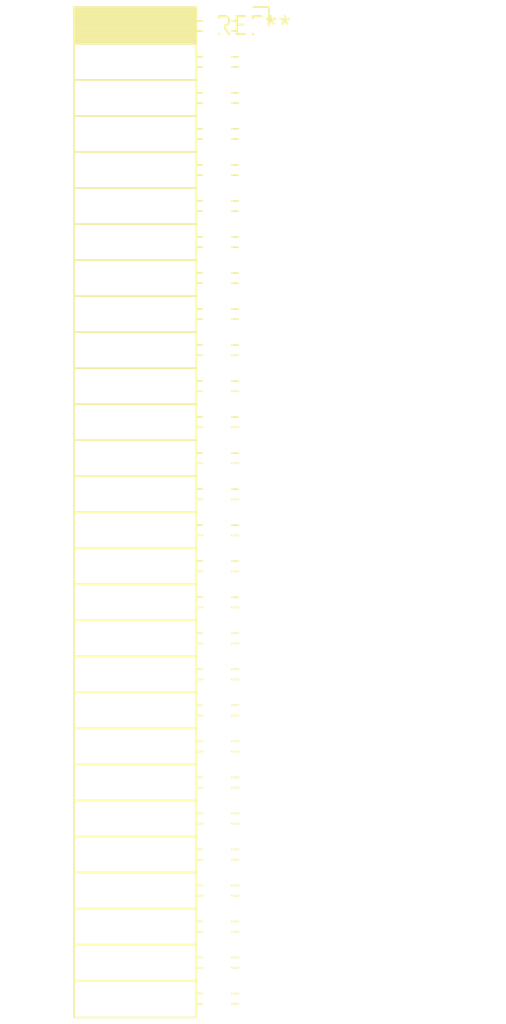
<source format=kicad_pcb>
(kicad_pcb (version 20240108) (generator pcbnew)
  (layers (0 "F.Cu" signal) (31 "B.Cu" signal) (34 "B.Paste" user) (35 "F.Paste" user) (36 "B.SilkS" user "B.Silkscreen") (37 "F.SilkS" user "F.Silkscreen") (38 "B.Mask" user) (39 "F.Mask" user) (44 "Edge.Cuts" user))
  (net 0 "")
  (footprint "PinSocket_2x28_P2.54mm_Horizontal" (layer "F.Cu") (at 0 0)
    (property "Reference" "REF**")
    (property "Value" "PinSocket_2x28_P2.54mm_Horizontal")
    (fp_line (start -12.63 -1.33) (end -12.63 69.91) (layer "F.SilkS") (stroke (width 0.12)))
    (fp_line (start -12.63 -1.33) (end -4 -1.33) (layer "F.SilkS") (stroke (width 0.12)))
    (fp_line (start -12.63 -1.21) (end -4 -1.21) (layer "F.SilkS") (stroke (width 0.12)))
    (fp_line (start -12.63 -1.091905) (end -4 -1.091905) (layer "F.SilkS") (stroke (width 0.12)))
    (fp_line (start -12.63 -0.97381) (end -4 -0.97381) (layer "F.SilkS") (stroke (width 0.12)))
    (fp_line (start -12.63 -0.855715) (end -4 -0.855715) (layer "F.SilkS") (stroke (width 0.12)))
    (fp_line (start -12.63 -0.73762) (end -4 -0.73762) (layer "F.SilkS") (stroke (width 0.12)))
    (fp_line (start -12.63 -0.619525) (end -4 -0.619525) (layer "F.SilkS") (stroke (width 0.12)))
    (fp_line (start -12.63 -0.50143) (end -4 -0.50143) (layer "F.SilkS") (stroke (width 0.12)))
    (fp_line (start -12.63 -0.383335) (end -4 -0.383335) (layer "F.SilkS") (stroke (width 0.12)))
    (fp_line (start -12.63 -0.26524) (end -4 -0.26524) (layer "F.SilkS") (stroke (width 0.12)))
    (fp_line (start -12.63 -0.147145) (end -4 -0.147145) (layer "F.SilkS") (stroke (width 0.12)))
    (fp_line (start -12.63 -0.02905) (end -4 -0.02905) (layer "F.SilkS") (stroke (width 0.12)))
    (fp_line (start -12.63 0.089045) (end -4 0.089045) (layer "F.SilkS") (stroke (width 0.12)))
    (fp_line (start -12.63 0.20714) (end -4 0.20714) (layer "F.SilkS") (stroke (width 0.12)))
    (fp_line (start -12.63 0.325235) (end -4 0.325235) (layer "F.SilkS") (stroke (width 0.12)))
    (fp_line (start -12.63 0.44333) (end -4 0.44333) (layer "F.SilkS") (stroke (width 0.12)))
    (fp_line (start -12.63 0.561425) (end -4 0.561425) (layer "F.SilkS") (stroke (width 0.12)))
    (fp_line (start -12.63 0.67952) (end -4 0.67952) (layer "F.SilkS") (stroke (width 0.12)))
    (fp_line (start -12.63 0.797615) (end -4 0.797615) (layer "F.SilkS") (stroke (width 0.12)))
    (fp_line (start -12.63 0.91571) (end -4 0.91571) (layer "F.SilkS") (stroke (width 0.12)))
    (fp_line (start -12.63 1.033805) (end -4 1.033805) (layer "F.SilkS") (stroke (width 0.12)))
    (fp_line (start -12.63 1.1519) (end -4 1.1519) (layer "F.SilkS") (stroke (width 0.12)))
    (fp_line (start -12.63 1.27) (end -4 1.27) (layer "F.SilkS") (stroke (width 0.12)))
    (fp_line (start -12.63 3.81) (end -4 3.81) (layer "F.SilkS") (stroke (width 0.12)))
    (fp_line (start -12.63 6.35) (end -4 6.35) (layer "F.SilkS") (stroke (width 0.12)))
    (fp_line (start -12.63 8.89) (end -4 8.89) (layer "F.SilkS") (stroke (width 0.12)))
    (fp_line (start -12.63 11.43) (end -4 11.43) (layer "F.SilkS") (stroke (width 0.12)))
    (fp_line (start -12.63 13.97) (end -4 13.97) (layer "F.SilkS") (stroke (width 0.12)))
    (fp_line (start -12.63 16.51) (end -4 16.51) (layer "F.SilkS") (stroke (width 0.12)))
    (fp_line (start -12.63 19.05) (end -4 19.05) (layer "F.SilkS") (stroke (width 0.12)))
    (fp_line (start -12.63 21.59) (end -4 21.59) (layer "F.SilkS") (stroke (width 0.12)))
    (fp_line (start -12.63 24.13) (end -4 24.13) (layer "F.SilkS") (stroke (width 0.12)))
    (fp_line (start -12.63 26.67) (end -4 26.67) (layer "F.SilkS") (stroke (width 0.12)))
    (fp_line (start -12.63 29.21) (end -4 29.21) (layer "F.SilkS") (stroke (width 0.12)))
    (fp_line (start -12.63 31.75) (end -4 31.75) (layer "F.SilkS") (stroke (width 0.12)))
    (fp_line (start -12.63 34.29) (end -4 34.29) (layer "F.SilkS") (stroke (width 0.12)))
    (fp_line (start -12.63 36.83) (end -4 36.83) (layer "F.SilkS") (stroke (width 0.12)))
    (fp_line (start -12.63 39.37) (end -4 39.37) (layer "F.SilkS") (stroke (width 0.12)))
    (fp_line (start -12.63 41.91) (end -4 41.91) (layer "F.SilkS") (stroke (width 0.12)))
    (fp_line (start -12.63 44.45) (end -4 44.45) (layer "F.SilkS") (stroke (width 0.12)))
    (fp_line (start -12.63 46.99) (end -4 46.99) (layer "F.SilkS") (stroke (width 0.12)))
    (fp_line (start -12.63 49.53) (end -4 49.53) (layer "F.SilkS") (stroke (width 0.12)))
    (fp_line (start -12.63 52.07) (end -4 52.07) (layer "F.SilkS") (stroke (width 0.12)))
    (fp_line (start -12.63 54.61) (end -4 54.61) (layer "F.SilkS") (stroke (width 0.12)))
    (fp_line (start -12.63 57.15) (end -4 57.15) (layer "F.SilkS") (stroke (width 0.12)))
    (fp_line (start -12.63 59.69) (end -4 59.69) (layer "F.SilkS") (stroke (width 0.12)))
    (fp_line (start -12.63 62.23) (end -4 62.23) (layer "F.SilkS") (stroke (width 0.12)))
    (fp_line (start -12.63 64.77) (end -4 64.77) (layer "F.SilkS") (stroke (width 0.12)))
    (fp_line (start -12.63 67.31) (end -4 67.31) (layer "F.SilkS") (stroke (width 0.12)))
    (fp_line (start -12.63 69.91) (end -4 69.91) (layer "F.SilkS") (stroke (width 0.12)))
    (fp_line (start -4 -1.33) (end -4 69.91) (layer "F.SilkS") (stroke (width 0.12)))
    (fp_line (start -4 -0.36) (end -3.59 -0.36) (layer "F.SilkS") (stroke (width 0.12)))
    (fp_line (start -4 0.36) (end -3.59 0.36) (layer "F.SilkS") (stroke (width 0.12)))
    (fp_line (start -4 2.18) (end -3.59 2.18) (layer "F.SilkS") (stroke (width 0.12)))
    (fp_line (start -4 2.9) (end -3.59 2.9) (layer "F.SilkS") (stroke (width 0.12)))
    (fp_line (start -4 4.72) (end -3.59 4.72) (layer "F.SilkS") (stroke (width 0.12)))
    (fp_line (start -4 5.44) (end -3.59 5.44) (layer "F.SilkS") (stroke (width 0.12)))
    (fp_line (start -4 7.26) (end -3.59 7.26) (layer "F.SilkS") (stroke (width 0.12)))
    (fp_line (start -4 7.98) (end -3.59 7.98) (layer "F.SilkS") (stroke (width 0.12)))
    (fp_line (start -4 9.8) (end -3.59 9.8) (layer "F.SilkS") (stroke (width 0.12)))
    (fp_line (start -4 10.52) (end -3.59 10.52) (layer "F.SilkS") (stroke (width 0.12)))
    (fp_line (start -4 12.34) (end -3.59 12.34) (layer "F.SilkS") (stroke (width 0.12)))
    (fp_line (start -4 13.06) (end -3.59 13.06) (layer "F.SilkS") (stroke (width 0.12)))
    (fp_line (start -4 14.88) (end -3.59 14.88) (layer "F.SilkS") (stroke (width 0.12)))
    (fp_line (start -4 15.6) (end -3.59 15.6) (layer "F.SilkS") (stroke (width 0.12)))
    (fp_line (start -4 17.42) (end -3.59 17.42) (layer "F.SilkS") (stroke (width 0.12)))
    (fp_line (start -4 18.14) (end -3.59 18.14) (layer "F.SilkS") (stroke (width 0.12)))
    (fp_line (start -4 19.96) (end -3.59 19.96) (layer "F.SilkS") (stroke (width 0.12)))
    (fp_line (start -4 20.68) (end -3.59 20.68) (layer "F.SilkS") (stroke (width 0.12)))
    (fp_line (start -4 22.5) (end -3.59 22.5) (layer "F.SilkS") (stroke (width 0.12)))
    (fp_line (start -4 23.22) (end -3.59 23.22) (layer "F.SilkS") (stroke (width 0.12)))
    (fp_line (start -4 25.04) (end -3.59 25.04) (layer "F.SilkS") (stroke (width 0.12)))
    (fp_line (start -4 25.76) (end -3.59 25.76) (layer "F.SilkS") (stroke (width 0.12)))
    (fp_line (start -4 27.58) (end -3.59 27.58) (layer "F.SilkS") (stroke (width 0.12)))
    (fp_line (start -4 28.3) (end -3.59 28.3) (layer "F.SilkS") (stroke (width 0.12)))
    (fp_line (start -4 30.12) (end -3.59 30.12) (layer "F.SilkS") (stroke (width 0.12)))
    (fp_line (start -4 30.84) (end -3.59 30.84) (layer "F.SilkS") (stroke (width 0.12)))
    (fp_line (start -4 32.66) (end -3.59 32.66) (layer "F.SilkS") (stroke (width 0.12)))
    (fp_line (start -4 33.38) (end -3.59 33.38) (layer "F.SilkS") (stroke (width 0.12)))
    (fp_line (start -4 35.2) (end -3.59 35.2) (layer "F.SilkS") (stroke (width 0.12)))
    (fp_line (start -4 35.92) (end -3.59 35.92) (layer "F.SilkS") (stroke (width 0.12)))
    (fp_line (start -4 37.74) (end -3.59 37.74) (layer "F.SilkS") (stroke (width 0.12)))
    (fp_line (start -4 38.46) (end -3.59 38.46) (layer "F.SilkS") (stroke (width 0.12)))
    (fp_line (start -4 40.28) (end -3.59 40.28) (layer "F.SilkS") (stroke (width 0.12)))
    (fp_line (start -4 41) (end -3.59 41) (layer "F.SilkS") (stroke (width 0.12)))
    (fp_line (start -4 42.82) (end -3.59 42.82) (layer "F.SilkS") (stroke (width 0.12)))
    (fp_line (start -4 43.54) (end -3.59 43.54) (layer "F.SilkS") (stroke (width 0.12)))
    (fp_line (start -4 45.36) (end -3.59 45.36) (layer "F.SilkS") (stroke (width 0.12)))
    (fp_line (start -4 46.08) (end -3.59 46.08) (layer "F.SilkS") (stroke (width 0.12)))
    (fp_line (start -4 47.9) (end -3.59 47.9) (layer "F.SilkS") (stroke (width 0.12)))
    (fp_line (start -4 48.62) (end -3.59 48.62) (layer "F.SilkS") (stroke (width 0.12)))
    (fp_line (start -4 50.44) (end -3.59 50.44) (layer "F.SilkS") (stroke (width 0.12)))
    (fp_line (start -4 51.16) (end -3.59 51.16) (layer "F.SilkS") (stroke (width 0.12)))
    (fp_line (start -4 52.98) (end -3.59 52.98) (layer "F.SilkS") (stroke (width 0.12)))
    (fp_line (start -4 53.7) (end -3.59 53.7) (layer "F.SilkS") (stroke (width 0.12)))
    (fp_line (start -4 55.52) (end -3.59 55.52) (layer "F.SilkS") (stroke (width 0.12)))
    (fp_line (start -4 56.24) (end -3.59 56.24) (layer "F.SilkS") (stroke (width 0.12)))
    (fp_line (start -4 58.06) (end -3.59 58.06) (layer "F.SilkS") (stroke (width 0.12)))
    (fp_line (start -4 58.78) (end -3.59 58.78) (layer "F.SilkS") (stroke (width 0.12)))
    (fp_line (start -4 60.6) (end -3.59 60.6) (layer "F.SilkS") (stroke (width 0.12)))
    (fp_line (start -4 61.32) (end -3.59 61.32) (layer "F.SilkS") (stroke (width 0.12)))
    (fp_line (start -4 63.14) (end -3.59 63.14) (layer "F.SilkS") (stroke (width 0.12)))
    (fp_line (start -4 63.86) (end -3.59 63.86) (layer "F.SilkS") (stroke (width 0.12)))
    (fp_line (start -4 65.68) (end -3.59 65.68) (layer "F.SilkS") (stroke (width 0.12)))
    (fp_line (start -4 66.4) (end -3.59 66.4) (layer "F.SilkS") (stroke (width 0.12)))
    (fp_line (start -4 68.22) (end -3.59 68.22) (layer "F.SilkS") (stroke (width 0.12)))
    (fp_line (start -4 68.94) (end -3.59 68.94) (layer "F.SilkS") (stroke (width 0.12)))
    (fp_line (start -1.49 -0.36) (end -1.11 -0.36) (layer "F.SilkS") (stroke (width 0.12)))
    (fp_line (start -1.49 0.36) (end -1.11 0.36) (layer "F.SilkS") (stroke (width 0.12)))
    (fp_line (start -1.49 2.18) (end -1.05 2.18) (layer "F.SilkS") (stroke (width 0.12)))
    (fp_line (start -1.49 2.9) (end -1.05 2.9) (layer "F.SilkS") (stroke (width 0.12)))
    (fp_line (start -1.49 4.72) (end -1.05 4.72) (layer "F.SilkS") (stroke (width 0.12)))
    (fp_line (start -1.49 5.44) (end -1.05 5.44) (layer "F.SilkS") (stroke (width 0.12)))
    (fp_line (start -1.49 7.26) (end -1.05 7.26) (layer "F.SilkS") (stroke (width 0.12)))
    (fp_line (start -1.49 7.98) (end -1.05 7.98) (layer "F.SilkS") (stroke (width 0.12)))
    (fp_line (start -1.49 9.8) (end -1.05 9.8) (layer "F.SilkS") (stroke (width 0.12)))
    (fp_line (start -1.49 10.52) (end -1.05 10.52) (layer "F.SilkS") (stroke (width 0.12)))
    (fp_line (start -1.49 12.34) (end -1.05 12.34) (layer "F.SilkS") (stroke (width 0.12)))
    (fp_line (start -1.49 13.06) (end -1.05 13.06) (layer "F.SilkS") (stroke (width 0.12)))
    (fp_line (start -1.49 14.88) (end -1.05 14.88) (layer "F.SilkS") (stroke (width 0.12)))
    (fp_line (start -1.49 15.6) (end -1.05 15.6) (layer "F.SilkS") (stroke (width 0.12)))
    (fp_line (start -1.49 17.42) (end -1.05 17.42) (layer "F.SilkS") (stroke (width 0.12)))
    (fp_line (start -1.49 18.14) (end -1.05 18.14) (layer "F.SilkS") (stroke (width 0.12)))
    (fp_line (start -1.49 19.96) (end -1.05 19.96) (layer "F.SilkS") (stroke (width 0.12)))
    (fp_line (start -1.49 20.68) (end -1.05 20.68) (layer "F.SilkS") (stroke (width 0.12)))
    (fp_line (start -1.49 22.5) (end -1.05 22.5) (layer "F.SilkS") (stroke (width 0.12)))
    (fp_line (start -1.49 23.22) (end -1.05 23.22) (layer "F.SilkS") (stroke (width 0.12)))
    (fp_line (start -1.49 25.04) (end -1.05 25.04) (layer "F.SilkS") (stroke (width 0.12)))
    (fp_line (start -1.49 25.76) (end -1.05 25.76) (layer "F.SilkS") (stroke (width 0.12)))
    (fp_line (start -1.49 27.58) (end -1.05 27.58) (layer "F.SilkS") (stroke (width 0.12)))
    (fp_line (start -1.49 28.3) (end -1.05 28.3) (layer "F.SilkS") (stroke (width 0.12)))
    (fp_line (start -1.49 30.12) (end -1.05 30.12) (layer "F.SilkS") (stroke (width 0.12)))
    (fp_line (start -1.49 30.84) (end -1.05 30.84) (layer "F.SilkS") (stroke (width 0.12)))
    (fp_line (start -1.49 32.66) (end -1.05 32.66) (layer "F.SilkS") (stroke (width 0.12)))
    (fp_line (start -1.49 33.38) (end -1.05 33.38) (layer "F.SilkS") (stroke (width 0.12)))
    (fp_line (start -1.49 35.2) (end -1.05 35.2) (layer "F.SilkS") (stroke (width 0.12)))
    (fp_line (start -1.49 35.92) (end -1.05 35.92) (layer "F.SilkS") (stroke (width 0.12)))
    (fp_line (start -1.49 37.74) (end -1.05 37.74) (layer "F.SilkS") (stroke (width 0.12)))
    (fp_line (start -1.49 38.46) (end -1.05 38.46) (layer "F.SilkS") (stroke (width 0.12)))
    (fp_line (start -1.49 40.28) (end -1.05 40.28) (layer "F.SilkS") (stroke (width 0.12)))
    (fp_line (start -1.49 41) (end -1.05 41) (layer "F.SilkS") (stroke (width 0.12)))
    (fp_line (start -1.49 42.82) (end -1.05 42.82) (layer "F.SilkS") (stroke (width 0.12)))
    (fp_line (start -1.49 43.54) (end -1.05 43.54) (layer "F.SilkS") (stroke (width 0.12)))
    (fp_line (start -1.49 45.36) (end -1.05 45.36) (layer "F.SilkS") (stroke (width 0.12)))
    (fp_line (start -1.49 46.08) (end -1.05 46.08) (layer "F.SilkS") (stroke (width 0.12)))
    (fp_line (start -1.49 47.9) (end -1.05 47.9) (layer "F.SilkS") (stroke (width 0.12)))
    (fp_line (start -1.49 48.62) (end -1.05 48.62) (layer "F.SilkS") (stroke (width 0.12)))
    (fp_line (start -1.49 50.44) (end -1.05 50.44) (layer "F.SilkS") (stroke (width 0.12)))
    (fp_line (start -1.49 51.16) (end -1.05 51.16) (layer "F.SilkS") (stroke (width 0.12)))
    (fp_line (start -1.49 52.98) (end -1.05 52.98) (layer "F.SilkS") (stroke (width 0.12)))
    (fp_line (start -1.49 53.7) (end -1.05 53.7) (layer "F.SilkS") (stroke (width 0.12)))
    (fp_line (start -1.49 55.52) (end -1.05 55.52) (layer "F.SilkS") (stroke (width 0.12)))
    (fp_line (start -1.49 56.24) (end -1.05 56.24) (layer "F.SilkS") (stroke (width 0.12)))
    (fp_line (start -1.49 58.06) (end -1.05 58.06) (layer "F.SilkS") (stroke (width 0.12)))
    (fp_line (start -1.49 58.78) (end -1.05 58.78) (layer "F.SilkS") (stroke (width 0.12)))
    (fp_line (start -1.49 60.6) (end -1.05 60.6) (layer "F.SilkS") (stroke (width 0.12)))
    (fp_line (start -1.49 61.32) (end -1.05 61.32) (layer "F.SilkS") (stroke (width 0.12)))
    (fp_line (start -1.49 63.14) (end -1.05 63.14) (layer "F.SilkS") (stroke (width 0.12)))
    (fp_line (start -1.49 63.86) (end -1.05 63.86) (layer "F.SilkS") (stroke (width 0.12)))
    (fp_line (start -1.49 65.68) (end -1.05 65.68) (layer "F.SilkS") (stroke (width 0.12)))
    (fp_line (start -1.49 66.4) (end -1.05 66.4) (layer "F.SilkS") (stroke (width 0.12)))
    (fp_line (start -1.49 68.22) (end -1.05 68.22) (layer "F.SilkS") (stroke (width 0.12)))
    (fp_line (start -1.49 68.94) (end -1.05 68.94) (layer "F.SilkS") (stroke (width 0.12)))
    (fp_line (start 0 -1.33) (end 1.11 -1.33) (layer "F.SilkS") (stroke (width 0.12)))
    (fp_line (start 1.11 -1.33) (end 1.11 0) (layer "F.SilkS") (stroke (width 0.12)))
    (pad "1" thru_hole rect (at 0 0) (size 1.7 1.7) (drill 1) (layers *.Cu *.Mask) (remove_unused_layers))
    (pad "2" thru_hole oval (at -2.54 0) (size 1.7 1.7) (drill 1) (layers *.Cu *.Mask) (remove_unused_layers))
    (pad "3" thru_hole oval (at 0 2.54) (size 1.7 1.7) (drill 1) (layers *.Cu *.Mask) (remove_unused_layers))
    (pad "4" thru_hole oval (at -2.54 2.54) (size 1.7 1.7) (drill 1) (layers *.Cu *.Mask) (remove_unused_layers))
    (pad "5" thru_hole oval (at 0 5.08) (size 1.7 1.7) (drill 1) (layers *.Cu *.Mask) (remove_unused_layers))
    (pad "6" thru_hole oval (at -2.54 5.08) (size 1.7 1.7) (drill 1) (layers *.Cu *.Mask) (remove_unused_layers))
    (pad "7" thru_hole oval (at 0 7.62) (size 1.7 1.7) (drill 1) (layers *.Cu *.Mask) (remove_unused_layers))
    (pad "8" thru_hole oval (at -2.54 7.62) (size 1.7 1.7) (drill 1) (layers *.Cu *.Mask) (remove_unused_layers))
    (pad "9" thru_hole oval (at 0 10.16) (size 1.7 1.7) (drill 1) (layers *.Cu *.Mask) (remove_unused_layers))
    (pad "10" thru_hole oval (at -2.54 10.16) (size 1.7 1.7) (drill 1) (layers *.Cu *.Mask) (remove_unused_layers))
    (pad "11" thru_hole oval (at 0 12.7) (size 1.7 1.7) (drill 1) (layers *.Cu *.Mask) (remove_unused_layers))
    (pad "12" thru_hole oval (at -2.54 12.7) (size 1.7 1.7) (drill 1) (layers *.Cu *.Mask) (remove_unused_layers))
    (pad "13" thru_hole oval (at 0 15.24) (size 1.7 1.7) (drill 1) (layers *.Cu *.Mask) (remove_unused_layers))
    (pad "14" thru_hole oval (at -2.54 15.24) (size 1.7 1.7) (drill 1) (layers *.Cu *.Mask) (remove_unused_layers))
    (pad "15" thru_hole oval (at 0 17.78) (size 1.7 1.7) (drill 1) (layers *.Cu *.Mask) (remove_unused_layers))
    (pad "16" thru_hole oval (at -2.54 17.78) (size 1.7 1.7) (drill 1) (layers *.Cu *.Mask) (remove_unused_layers))
    (pad "17" thru_hole oval (at 0 20.32) (size 1.7 1.7) (drill 1) (layers *.Cu *.Mask) (remove_unused_layers))
    (pad "18" thru_hole oval (at -2.54 20.32) (size 1.7 1.7) (drill 1) (layers *.Cu *.Mask) (remove_unused_layers))
    (pad "19" thru_hole oval (at 0 22.86) (size 1.7 1.7) (drill 1) (layers *.Cu *.Mask) (remove_unused_layers))
    (pad "20" thru_hole oval (at -2.54 22.86) (size 1.7 1.7) (drill 1) (layers *.Cu *.Mask) (remove_unused_layers))
    (pad "21" thru_hole oval (at 0 25.4) (size 1.7 1.7) (drill 1) (layers *.Cu *.Mask) (remove_unused_layers))
    (pad "22" thru_hole oval (at -2.54 25.4) (size 1.7 1.7) (drill 1) (layers *.Cu *.Mask) (remove_unused_layers))
    (pad "23" thru_hole oval (at 0 27.94) (size 1.7 1.7) (drill 1) (layers *.Cu *.Mask) (remove_unused_layers))
    (pad "24" thru_hole oval (at -2.54 27.94) (size 1.7 1.7) (drill 1) (layers *.Cu *.Mask) (remove_unused_layers))
    (pad "25" thru_hole oval (at 0 30.48) (size 1.7 1.7) (drill 1) (layers *.Cu *.Mask) (remove_unused_layers))
    (pad "26" thru_hole oval (at -2.54 30.48) (size 1.7 1.7) (drill 1) (layers *.Cu *.Mask) (remove_unused_layers))
    (pad "27" thru_hole oval (at 0 33.02) (size 1.7 1.7) (drill 1) (layers *.Cu *.Mask) (remove_unused_layers))
    (pad "28" thru_hole oval (at -2.54 33.02) (size 1.7 1.7) (drill 1) (layers *.Cu *.Mask) (remove_unused_layers))
    (pad "29" thru_hole oval (at 0 35.56) (size 1.7 1.7) (drill 1) (layers *.Cu *.Mask) (remove_unused_layers))
    (pad "30" thru_hole oval (at -2.54 35.56) (size 1.7 1.7) (drill 1) (layers *.Cu *.Mask) (remove_unused_layers))
    (pad "31" thru_hole oval (at 0 38.1) (size 1.7 1.7) (drill 1) (layers *.Cu *.Mask) (remove_unused_layers))
    (pad "32" thru_hole oval (at -2.54 38.1) (size 1.7 1.7) (drill 1) (layers *.Cu *.Mask) (remove_unused_layers))
    (pad "33" thru_hole oval (at 0 40.64) (size 1.7 1.7) (drill 1) (layers *.Cu *.Mask) (remove_unused_layers))
    (pad "34" thru_hole oval (at -2.54 40.64) (size 1.7 1.7) (drill 1) (layers *.Cu *.Mask) (remove_unused_layers))
    (pad "35" thru_hole oval (at 0 43.18) (size 1.7 1.7) (drill 1) (layers *.Cu *.Mask) (remove_unused_layers))
    (pad "36" thru_hole oval (at -2.54 43.18) (size 1.7 1.7) (drill 1) (layers *.Cu *.Mask) (remove_unused_layers))
    (pad "37" thru_hole oval (at 0 45.72) (size 1.7 1.7) (drill 1) (layers *.Cu *.Mask) (remove_unused_layers))
    (pad "38" thru_hole oval (at -2.54 45.72) (size 1.7 1.7) (drill 1) (layers *.Cu *.Mask) (remove_unused_layers))
    (pad "39" thru_hole oval (at 0 48.26) (size 1.7 1.7) (drill 1) (layers *.Cu *.Mask) (remove_unused_layers))
    (pad "40" thru_hole oval (at -2.54 48.26) (size 1.7 1.7) (drill 1) (layers *.Cu *.Mask) (remove_unused_layers))
    (pad "41" thru_hole oval (at 0 50.8) (size 1.7 1.7) (drill 1) (layers *.Cu *.Mask) (remove_unused_layers))
    (pad "42" thru_hole oval (at -2.54 50.8) (size 1.7 1.7) (drill 1) (layers *.Cu *.Mask) (remove_unused_layers))
    (pad "43" thru_hole oval (at 0 53.34) (size 1.7 1.7) (drill 1) (layers *.Cu *.Mask) (remove_unused_layers))
    (pad "44" thru_hole oval (at -2.54 53.34) (size 1.7 1.7) (drill 1) (layers *.Cu *.Mask) (remove_unused_layers))
    (pad "45" thru_hole oval (at 0 55.88) (size 1.7 1.7) (drill 1) (layers *.Cu *.Mask) (remove_unused_layers))
    (pad "46" thru_hole oval (at -2.54 55.88) (size 1.7 1.7) (drill 1) (layers *.Cu *.Mask) (remove_unused_layers))
    (pad "47" thru_hole oval (at 0 58.42) (size 1.7 1.7) (drill 1) (layers *.Cu *.Mask) (remove_unused_layers))
    (pad "48" thru_hole oval (at -2.54 58.42) (size 1.7 1.7) (drill 1) (layers *.Cu *.Mask) (remove_unused_layers))
    (pad "49" thru_hole oval (at 0 60.96) (size 1.7 1.7) (drill 1) (layers *.Cu *.Mask) (remove_unused_layers))
    (pad "50" thru_hole oval (at -2.54 60.96) (size 1.7 1.7) (drill 1) (layers *.Cu *.Mask) (remove_unused_layers))
    (pad "51" thru_hole oval (at 0 63.5) (size 1.7 1.7) (drill 1) (layers *.Cu *.Mask) (remove_unused_layers))
    (pad "52" thru_hole oval (at -2.54 63.5) (size 1.7 1.7) (drill 1) (layers *.Cu *.Mask) (remove_unused_layers))
    (pad "53" thru_hole oval (at 0 66.04) (size 1.7 1.7) (drill 1) (layers *.Cu *.Mask) (remove_unused_layers))
    (pad "54" thru_hole oval (at -2.54 66.04) (size 1.7 1.7) (drill 1) (layers *.Cu *.Mask) (remove_unused_layers))
    (pad "55" thru_hole oval (at 0 68.58) (size 1.7 1.7) (drill 1) (layers *.Cu *.Mask) (remove_unused_layers))
    (pad "56" thru_hole oval (at -2.54 68.58) (size 1.7 1.7) (drill 1) (layers *.Cu *.Mask) (remove_unused_layers))
  )
)
</source>
